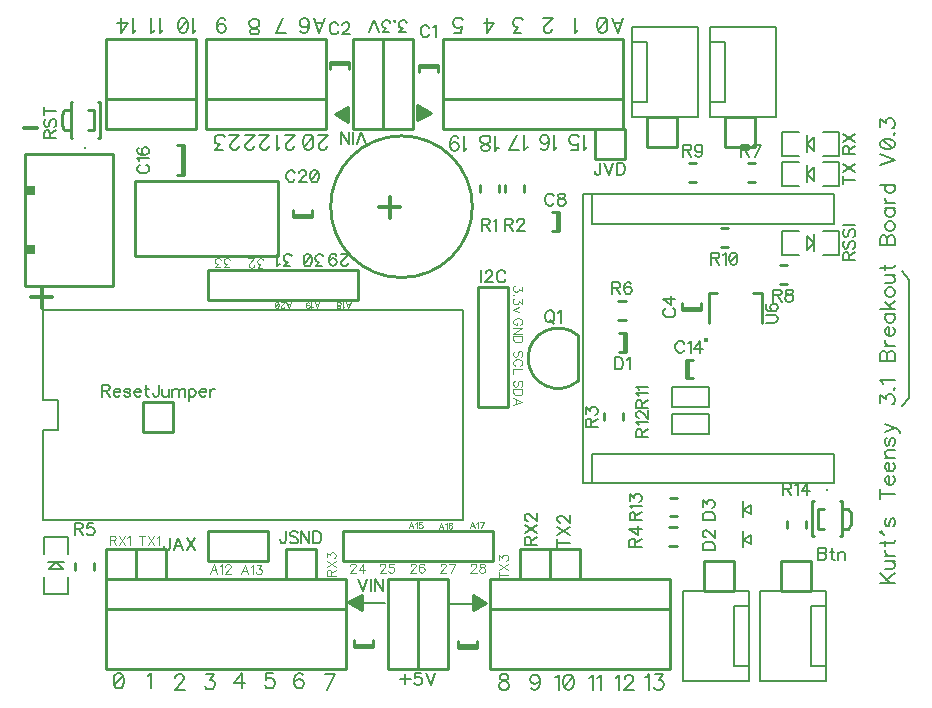
<source format=gto>
G04 DipTrace Beta 2.3.5.2*
%INTeensy3.1XBreakout.gto*%
%MOIN*%
%ADD10C,0.0098*%
%ADD12C,0.003*%
%ADD14C,0.008*%
%ADD16C,0.01*%
%ADD27C,0.006*%
%ADD28C,0.0118*%
%ADD38C,0.005*%
%ADD49C,0.0154*%
%ADD107C,0.0062*%
%ADD108C,0.0077*%
%ADD109C,0.0124*%
%ADD110C,0.0046*%
%FSLAX44Y44*%
G04*
G70*
G90*
G75*
G01*
%LNTopSilk*%
%LPD*%
X30795Y10275D2*
D10*
Y9606D1*
X30598Y10532D2*
Y9350D1*
X31582Y10532D2*
Y9350D1*
X30795Y9606D2*
X30992D1*
X30795Y10275D2*
X30992D1*
X30598Y9350D2*
X30657D1*
X30598Y10532D2*
X30657D1*
X31582Y9350D2*
X31523D1*
X31582Y10532D2*
X31523D1*
X31582Y10275D2*
X31799D1*
X31877Y10118D1*
Y9764D1*
X31582Y9606D2*
X31799D1*
X31877Y9764D1*
D28*
X31090Y10886D3*
X17475Y24984D2*
D10*
X18105D1*
X17475Y25059D2*
X18105D1*
X17475D2*
Y24823D1*
X18105Y25059D2*
Y24823D1*
X14525Y25082D2*
X15155D1*
X14525Y25157D2*
X15155D1*
X14525D2*
Y24921D1*
X15155Y25157D2*
Y24921D1*
X15955Y5747D2*
X15325D1*
X15955Y5672D2*
X15325D1*
X15955D2*
Y5908D1*
X15325Y5672D2*
Y5908D1*
X26885Y16968D2*
X26255D1*
X26885Y16893D2*
X26255D1*
X26885D2*
Y17129D1*
X26255Y16893D2*
Y17129D1*
X19405Y5717D2*
X18775D1*
X19405Y5642D2*
X18775D1*
X19405D2*
Y5878D1*
X18775Y5642D2*
Y5878D1*
X22074Y20155D2*
Y19525D1*
X22149Y20155D2*
Y19525D1*
Y20155D2*
X21913D1*
X22149Y19525D2*
X21913D1*
X26448Y14615D2*
Y15245D1*
X26373Y14615D2*
Y15245D1*
Y14615D2*
X26609D1*
X26373Y15245D2*
X26609D1*
X9583Y22382D2*
Y21398D1*
X9658Y22382D2*
Y21398D1*
Y22382D2*
X9422D1*
X9658Y21398D2*
X9422D1*
X13913Y20067D2*
X13284D1*
X13913Y19992D2*
X13284D1*
X13913D2*
Y20228D1*
X13284Y19992D2*
Y20228D1*
X24290Y25940D2*
X18290D1*
Y23940D1*
X24290D2*
X18290D1*
X24290Y25940D2*
Y23940D1*
X18290D1*
X24290Y22940D2*
X18290D1*
X24290Y23940D2*
Y22940D1*
X18290Y23940D2*
Y22940D1*
X8957Y25940D2*
X7040D1*
X10040D2*
X7040D1*
X10040Y23940D2*
X7040D1*
X10040Y25940D2*
Y23940D1*
X7040Y25940D2*
Y23940D1*
X10040D2*
Y22940D1*
X7040D1*
Y23940D2*
Y22940D1*
X10040Y23940D2*
X7040D1*
X10390Y25940D2*
Y23940D1*
X14390D2*
X10390D1*
X14390Y25940D2*
Y23940D1*
Y25940D2*
X10390D1*
Y23940D2*
Y22940D1*
X14390Y23940D2*
X10390D1*
X14390Y22940D2*
X10390D1*
X14390Y23940D2*
Y22940D1*
X15040Y4940D2*
Y6940D1*
X7040Y4940D2*
Y6940D1*
Y4940D2*
X15040D1*
X7040Y6940D2*
X15040D1*
X7040Y7940D2*
X15040D1*
X7040Y6940D2*
Y7940D1*
Y6940D2*
X15040D1*
Y7940D1*
X19840Y4940D2*
X25840D1*
Y6940D1*
X19840D2*
X25840D1*
X19840Y4940D2*
Y6940D1*
X25840D1*
X19840Y7940D2*
X25840D1*
X19840Y6940D2*
Y7940D1*
X25840Y6940D2*
Y7940D1*
X24377Y15495D2*
X24141D1*
X24377Y16125D2*
X24141D1*
X24302D2*
Y15495D1*
X24377Y16125D2*
Y15495D1*
X28292Y9240D2*
D27*
X28547Y9397D1*
Y9083D1*
X28292Y9240D1*
G36*
X28252Y8964D2*
X28331D1*
Y9516D1*
X28252D1*
Y8964D1*
G37*
X28292Y10240D2*
D27*
X28547Y10397D1*
Y10083D1*
X28292Y10240D1*
G36*
X28252Y9964D2*
X28331D1*
Y10516D1*
X28252D1*
Y9964D1*
G37*
X19440Y13660D2*
D10*
X20440D1*
X19440Y17660D2*
Y13660D1*
X20440Y17660D2*
Y13660D1*
X19440Y17660D2*
X20440D1*
X4341Y22110D2*
Y17701D1*
X7294D1*
Y22110D1*
X4341D1*
G36*
X4688Y21047D2*
X4373D1*
Y20733D1*
X4688D1*
Y21047D1*
G37*
G36*
Y19079D2*
X4373D1*
Y18764D1*
X4688D1*
Y19079D1*
G37*
X19940Y8540D2*
D10*
Y9540D1*
X14940Y8540D2*
X19940D1*
X14940Y9540D2*
X19940D1*
X14940Y8540D2*
Y9540D1*
X10440Y18240D2*
Y17240D1*
X15440Y18240D2*
X10440D1*
X15440Y17240D2*
X10440D1*
X15440Y18240D2*
Y17240D1*
X12440Y8540D2*
Y9540D1*
X10440Y8540D2*
X12440D1*
X10440D2*
Y9540D1*
X12440D1*
X9040Y8940D2*
X8040D1*
X9040Y7940D2*
Y8940D1*
Y7940D2*
X8040D1*
Y8940D1*
X26790Y26340D2*
D38*
X24590D1*
X26790Y23340D2*
X24590D1*
X26790D2*
Y26340D1*
X24590Y23340D2*
Y23840D1*
Y25840D1*
Y26340D1*
Y25840D2*
X25090D1*
Y23840D1*
X24590D1*
X29390Y26340D2*
X27190D1*
X29390Y23340D2*
X27190D1*
X29390D2*
Y26340D1*
X27190Y23340D2*
Y23840D1*
Y25840D1*
Y26340D1*
Y25840D2*
X27690D1*
Y23840D1*
X27190D1*
X26290Y4540D2*
X28490D1*
X26290Y7540D2*
X28490D1*
X26290D2*
Y4540D1*
X28490Y7540D2*
Y7040D1*
Y5040D1*
Y4540D1*
Y5040D2*
X27990D1*
Y7040D1*
X28490D1*
X28840Y4540D2*
X31040D1*
X28840Y7540D2*
X31040D1*
X28840D2*
Y4540D1*
X31040Y7540D2*
Y7040D1*
Y5040D1*
Y4540D1*
Y5040D2*
X30540D1*
Y7040D1*
X31040D1*
X17290Y22940D2*
D10*
X16290D1*
Y25940D1*
X17290D2*
X16290D1*
X17290Y22940D2*
Y25940D1*
X16290Y22940D2*
X15290D1*
Y25940D1*
X16290D2*
X15290D1*
X16290Y22940D2*
Y25940D1*
X16440Y7940D2*
X17440D1*
Y4940D1*
X16440D2*
X17440D1*
X16440Y7940D2*
Y4940D1*
X17440Y7940D2*
X18440D1*
Y4940D1*
X17440D2*
X18440D1*
X17440Y7940D2*
Y4940D1*
X8040Y7940D2*
Y8940D1*
X7040Y7940D2*
X8040D1*
X7040D2*
Y8940D1*
X8040D1*
X26090Y22340D2*
Y23340D1*
X25090Y22340D2*
X26090D1*
X25090D2*
Y23340D1*
X26090D1*
X28690D2*
X27690D1*
X28690Y22340D2*
Y23340D1*
Y22340D2*
X27690D1*
Y23340D1*
X27990Y8540D2*
X26990D1*
X27990Y7540D2*
Y8540D1*
Y7540D2*
X26990D1*
Y8540D1*
X30540D2*
X29540D1*
X30540Y7540D2*
Y8540D1*
Y7540D2*
X29540D1*
Y8540D1*
X14040Y8940D2*
X13040D1*
X14040Y7940D2*
Y8940D1*
Y7940D2*
X13040D1*
Y8940D1*
X24340Y22940D2*
X23340D1*
X24340Y21940D2*
Y22940D1*
Y21940D2*
X23340D1*
Y22940D1*
X22840Y8940D2*
X21840D1*
X22840Y7940D2*
Y8940D1*
Y7940D2*
X21840D1*
Y8940D1*
X20840D1*
X21840Y7940D2*
Y8940D1*
Y7940D2*
X20840D1*
Y8940D1*
X4996Y7987D2*
D14*
Y7436D1*
X5784D1*
Y7987D1*
X4996Y8774D2*
Y9325D1*
X5784D1*
Y8774D1*
X5114Y8499D2*
X5390D1*
X5666D1*
X5390D2*
X5154Y8262D1*
X5626D1*
X5390Y8499D1*
X22791Y14534D2*
D10*
G02X22791Y16046I-666J756D01*
G01*
Y14534D1*
X20135Y20822D2*
Y21058D1*
X19505Y20822D2*
Y21058D1*
X20365D2*
Y20822D1*
X20995Y21058D2*
Y20822D1*
X24295Y13223D2*
Y13459D1*
X23665Y13223D2*
Y13459D1*
X26069Y9665D2*
X25833D1*
X26069Y9035D2*
X25833D1*
X6025Y8459D2*
Y8223D1*
X6655Y8459D2*
Y8223D1*
X24133Y16575D2*
X24369D1*
X24133Y17205D2*
X24369D1*
X28677Y21785D2*
X28441D1*
X28677Y21155D2*
X28441D1*
X29747Y18385D2*
X29511D1*
X29747Y17755D2*
X29511D1*
X26727Y21785D2*
X26491D1*
X26727Y21155D2*
X26491D1*
X27777Y19615D2*
X27541D1*
X27777Y18985D2*
X27541D1*
X25930Y14325D2*
D14*
Y13655D1*
X27150D1*
Y14325D1*
X25930D1*
Y13445D2*
Y12775D1*
X27150D1*
Y13445D1*
X25930D1*
X26077Y10645D2*
D10*
X25841D1*
X26077Y10015D2*
X25841D1*
X29745Y9867D2*
Y9631D1*
X30375Y9867D2*
Y9631D1*
X9290Y13820D2*
X8290D1*
X9290Y12820D2*
Y13820D1*
Y12820D2*
X8290D1*
Y13820D1*
X30146Y19534D2*
D14*
X29595D1*
Y18746D1*
X30146D1*
X30934Y19534D2*
X31485D1*
Y18746D1*
X30934D1*
X30658Y19416D2*
Y19140D1*
Y18864D1*
Y19140D2*
X30422Y19376D1*
Y18904D1*
X30658Y19140D1*
X6655Y22895D2*
D10*
Y23564D1*
X6852Y22638D2*
Y23820D1*
X5868Y22638D2*
Y23820D1*
X6655Y23564D2*
X6458D1*
X6655Y22895D2*
X6458D1*
X6852Y23820D2*
X6793D1*
X6852Y22638D2*
X6793D1*
X5868Y23820D2*
X5927D1*
X5868Y22638D2*
X5927D1*
X5868Y22895D2*
X5651D1*
X5573Y23052D1*
Y23406D1*
X5868Y23564D2*
X5651D1*
X5573Y23406D1*
D28*
X6360Y22284D3*
X30934Y22046D2*
D14*
X31485D1*
Y22834D1*
X30934D1*
X30146Y22046D2*
X29595D1*
Y22834D1*
X30146D1*
X30422Y22164D2*
Y22440D1*
Y22716D1*
Y22440D2*
X30658Y22204D1*
Y22676D1*
X30422Y22440D1*
X14538Y20340D2*
D10*
G02X14538Y20340I2362J0D01*
G01*
X30934Y21046D2*
D14*
X31485D1*
Y21834D1*
X30934D1*
X30146Y21046D2*
X29595D1*
Y21834D1*
X30146D1*
X30422Y21164D2*
Y21440D1*
Y21716D1*
Y21440D2*
X30658Y21204D1*
Y21676D1*
X30422Y21440D1*
X31319Y12101D2*
Y11117D1*
X23248D1*
Y12101D1*
X31319D2*
X23248D1*
X31319Y19779D2*
Y20763D1*
X23248D1*
Y19779D1*
X31319D2*
X23248D1*
Y20763D2*
X22952D1*
X23248Y11117D2*
X22952D1*
Y20763D2*
Y11117D1*
X33819Y17909D2*
X33583Y18185D1*
X33819Y17909D2*
Y13971D1*
X33583Y13695D1*
X5440Y12890D2*
Y13890D1*
X4940D1*
Y16890D1*
X18940D1*
Y9890D1*
X4940D1*
Y12890D1*
X5440D1*
X12777Y18710D2*
D10*
X8023D1*
Y21210D1*
X12777D1*
Y18710D1*
X27135Y16474D2*
Y17458D1*
X27430D1*
X28611D2*
X28906D1*
Y16474D1*
D49*
X27044Y15888D3*
X15125Y23675D2*
D16*
X14675Y23425D1*
X15125Y23175D1*
Y23675D1*
X15025Y23575D2*
Y23275D1*
X14925Y23525D2*
Y23325D1*
X14825Y23475D2*
Y23375D1*
X15125Y23625D2*
X14975Y23525D1*
X15075Y23225D2*
X14975Y23325D1*
X15575Y7405D2*
X15125Y7155D1*
X15575Y6905D1*
Y7405D1*
X15475Y7305D2*
Y7005D1*
X15375Y7255D2*
X15390Y7110D1*
X15275Y7205D2*
Y7105D1*
X15575Y7355D2*
X15425Y7255D1*
X15525Y6955D2*
X15425Y7055D1*
X19275Y6895D2*
X19725Y7145D1*
X19275Y7395D1*
Y6895D1*
X19375Y6995D2*
Y7295D1*
X19475Y7045D2*
Y7245D1*
X19575Y7095D2*
Y7195D1*
X19275Y6945D2*
X19425Y7045D1*
X19325Y7345D2*
X19425Y7245D1*
X15490Y7140D2*
D27*
X16340D1*
X19490Y7110D2*
X18490D1*
X17425Y23225D2*
D16*
X17875Y23475D1*
X17425Y23725D1*
Y23225D1*
X17525Y23325D2*
Y23625D1*
X17625Y23375D2*
Y23575D1*
X17725Y23425D2*
Y23525D1*
X17425Y23275D2*
X17575Y23375D1*
X17475Y23675D2*
X17575Y23575D1*
X30798Y8978D2*
D107*
Y8576D1*
X30971D1*
X31028Y8596D1*
X31047Y8615D1*
X31066Y8653D1*
Y8710D1*
X31047Y8749D1*
X31028Y8768D1*
X30971Y8787D1*
X31028Y8806D1*
X31047Y8825D1*
X31066Y8863D1*
Y8902D1*
X31047Y8940D1*
X31028Y8959D1*
X30971Y8978D1*
X30798D1*
Y8787D2*
X30971D1*
X31247Y8978D2*
Y8653D1*
X31266Y8596D1*
X31305Y8576D1*
X31343D1*
X31190Y8844D2*
X31324D1*
X31466D2*
Y8576D1*
Y8768D2*
X31524Y8825D1*
X31562Y8844D1*
X31619D1*
X31658Y8825D1*
X31677Y8768D1*
Y8576D1*
X17824Y26298D2*
X17805Y26336D1*
X17766Y26374D1*
X17728Y26393D1*
X17652D1*
X17613Y26374D1*
X17575Y26336D1*
X17556Y26298D1*
X17537Y26240D1*
Y26144D1*
X17556Y26087D1*
X17575Y26049D1*
X17613Y26011D1*
X17652Y25991D1*
X17728D1*
X17766Y26011D1*
X17805Y26049D1*
X17824Y26087D1*
X17947Y26316D2*
X17986Y26336D1*
X18043Y26393D1*
Y25991D1*
X14788Y26395D2*
X14769Y26433D1*
X14730Y26472D1*
X14692Y26491D1*
X14616D1*
X14577Y26472D1*
X14539Y26433D1*
X14520Y26395D1*
X14501Y26338D1*
Y26242D1*
X14520Y26185D1*
X14539Y26146D1*
X14577Y26108D1*
X14616Y26089D1*
X14692D1*
X14730Y26108D1*
X14769Y26146D1*
X14788Y26185D1*
X14931Y26395D2*
Y26414D1*
X14950Y26452D1*
X14969Y26471D1*
X15007Y26490D1*
X15084D1*
X15122Y26471D1*
X15141Y26452D1*
X15160Y26414D1*
Y26376D1*
X15141Y26337D1*
X15103Y26280D1*
X14911Y26089D1*
X15179D1*
X25725Y16949D2*
X25687Y16930D1*
X25649Y16892D1*
X25630Y16854D1*
Y16777D1*
X25649Y16739D1*
X25687Y16701D1*
X25725Y16681D1*
X25783Y16662D1*
X25879D1*
X25936Y16681D1*
X25974Y16701D1*
X26012Y16739D1*
X26032Y16777D1*
Y16854D1*
X26012Y16892D1*
X25974Y16930D1*
X25936Y16949D1*
X26032Y17264D2*
X25630D1*
X25898Y17073D1*
Y17360D1*
X21979Y20685D2*
X21960Y20723D1*
X21922Y20761D1*
X21884Y20780D1*
X21807D1*
X21769Y20761D1*
X21731Y20723D1*
X21711Y20685D1*
X21692Y20627D1*
Y20531D1*
X21711Y20474D1*
X21731Y20436D1*
X21769Y20398D1*
X21807Y20378D1*
X21884D1*
X21922Y20398D1*
X21960Y20436D1*
X21979Y20474D1*
X22198Y20780D2*
X22141Y20761D1*
X22122Y20723D1*
Y20684D1*
X22141Y20646D1*
X22179Y20627D1*
X22256Y20608D1*
X22313Y20589D1*
X22351Y20550D1*
X22370Y20512D1*
Y20455D1*
X22351Y20417D1*
X22332Y20397D1*
X22275Y20378D1*
X22198D1*
X22141Y20397D1*
X22122Y20417D1*
X22103Y20455D1*
Y20512D1*
X22122Y20550D1*
X22160Y20589D1*
X22217Y20608D1*
X22294Y20627D1*
X22332Y20646D1*
X22351Y20684D1*
Y20723D1*
X22332Y20761D1*
X22275Y20780D1*
X22198D1*
X26320Y15775D2*
X26301Y15813D1*
X26262Y15851D1*
X26224Y15870D1*
X26148D1*
X26109Y15851D1*
X26071Y15813D1*
X26052Y15775D1*
X26033Y15717D1*
Y15621D1*
X26052Y15564D1*
X26071Y15526D1*
X26109Y15488D1*
X26148Y15468D1*
X26224D1*
X26262Y15488D1*
X26301Y15526D1*
X26320Y15564D1*
X26443Y15793D2*
X26482Y15813D1*
X26539Y15870D1*
Y15468D1*
X26854D2*
Y15870D1*
X26663Y15602D1*
X26950D1*
X8184Y21738D2*
X8146Y21719D1*
X8107Y21680D1*
X8088Y21642D1*
Y21566D1*
X8107Y21527D1*
X8146Y21489D1*
X8184Y21470D1*
X8241Y21451D1*
X8337D1*
X8394Y21470D1*
X8433Y21489D1*
X8471Y21527D1*
X8490Y21566D1*
Y21642D1*
X8471Y21680D1*
X8433Y21719D1*
X8394Y21738D1*
X8165Y21861D2*
X8146Y21900D1*
X8089Y21957D1*
X8490D1*
X8146Y22310D2*
X8108Y22291D1*
X8089Y22234D1*
Y22196D1*
X8108Y22138D1*
X8165Y22100D1*
X8261Y22081D1*
X8356D1*
X8433Y22100D1*
X8471Y22138D1*
X8490Y22196D1*
Y22215D1*
X8471Y22272D1*
X8433Y22310D1*
X8375Y22329D1*
X8356D1*
X8299Y22310D1*
X8261Y22272D1*
X8242Y22215D1*
Y22196D1*
X8261Y22138D1*
X8299Y22100D1*
X8356Y22081D1*
X13351Y21466D2*
X13332Y21504D1*
X13293Y21543D1*
X13255Y21562D1*
X13179D1*
X13140Y21543D1*
X13102Y21504D1*
X13083Y21466D1*
X13064Y21409D1*
Y21313D1*
X13083Y21256D1*
X13102Y21217D1*
X13140Y21179D1*
X13179Y21160D1*
X13255D1*
X13293Y21179D1*
X13332Y21217D1*
X13351Y21256D1*
X13494Y21466D2*
Y21485D1*
X13513Y21523D1*
X13532Y21542D1*
X13570Y21561D1*
X13647D1*
X13685Y21542D1*
X13704Y21523D1*
X13723Y21485D1*
Y21447D1*
X13704Y21408D1*
X13666Y21351D1*
X13474Y21160D1*
X13742D1*
X13981Y21561D2*
X13923Y21542D1*
X13885Y21485D1*
X13866Y21389D1*
Y21332D1*
X13885Y21236D1*
X13923Y21179D1*
X13981Y21160D1*
X14019D1*
X14076Y21179D1*
X14114Y21236D1*
X14134Y21332D1*
Y21389D1*
X14114Y21485D1*
X14076Y21542D1*
X14019Y21561D1*
X13981D1*
X14114Y21485D2*
X13885Y21236D1*
X24015Y15320D2*
Y14918D1*
X24149D1*
X24207Y14938D1*
X24245Y14976D1*
X24264Y15014D1*
X24283Y15071D1*
Y15167D1*
X24264Y15224D1*
X24245Y15263D1*
X24207Y15301D1*
X24149Y15320D1*
X24015D1*
X24407Y15243D2*
X24445Y15263D1*
X24503Y15320D1*
Y14918D1*
X26938Y8910D2*
X27340D1*
Y9044D1*
X27321Y9102D1*
X27283Y9140D1*
X27244Y9159D1*
X27187Y9178D1*
X27091D1*
X27034Y9159D1*
X26996Y9140D1*
X26957Y9102D1*
X26938Y9044D1*
Y8910D1*
X27034Y9321D2*
X27015D1*
X26977Y9340D1*
X26958Y9359D1*
X26939Y9398D1*
Y9474D1*
X26958Y9512D1*
X26977Y9531D1*
X27015Y9551D1*
X27053D1*
X27092Y9531D1*
X27149Y9493D1*
X27340Y9302D1*
Y9570D1*
X26938Y9910D2*
X27340D1*
Y10044D1*
X27321Y10102D1*
X27283Y10140D1*
X27244Y10159D1*
X27187Y10178D1*
X27091D1*
X27034Y10159D1*
X26996Y10140D1*
X26957Y10102D1*
X26938Y10044D1*
Y9910D1*
X26939Y10340D2*
Y10550D1*
X27092Y10436D1*
Y10493D1*
X27111Y10531D1*
X27130Y10550D1*
X27187Y10570D1*
X27225D1*
X27283Y10550D1*
X27321Y10512D1*
X27340Y10455D1*
Y10397D1*
X27321Y10340D1*
X27302Y10321D1*
X27264Y10302D1*
X19559Y18226D2*
Y17824D1*
X19702Y18130D2*
Y18149D1*
X19721Y18187D1*
X19740Y18206D1*
X19778Y18225D1*
X19855D1*
X19893Y18206D1*
X19912Y18187D1*
X19931Y18149D1*
Y18111D1*
X19912Y18072D1*
X19874Y18015D1*
X19683Y17824D1*
X19950D1*
X20361Y18130D2*
X20342Y18168D1*
X20303Y18207D1*
X20265Y18226D1*
X20189D1*
X20151Y18207D1*
X20112Y18168D1*
X20093Y18130D1*
X20074Y18073D1*
Y17977D1*
X20093Y17920D1*
X20112Y17881D1*
X20151Y17843D1*
X20189Y17824D1*
X20265D1*
X20303Y17843D1*
X20342Y17881D1*
X20361Y17920D1*
X9185Y9286D2*
Y8980D1*
X9166Y8922D1*
X9147Y8903D1*
X9109Y8884D1*
X9070D1*
X9032Y8903D1*
X9013Y8922D1*
X8994Y8980D1*
Y9018D1*
X9615Y8884D2*
X9462Y9286D1*
X9309Y8884D1*
X9366Y9018D2*
X9557D1*
X9738Y9286D2*
X10006Y8884D1*
Y9286D2*
X9738Y8884D1*
X13049Y9526D2*
Y9220D1*
X13030Y9162D1*
X13010Y9143D1*
X12972Y9124D1*
X12934D1*
X12896Y9143D1*
X12877Y9162D1*
X12857Y9220D1*
Y9258D1*
X13440Y9468D2*
X13402Y9507D1*
X13344Y9526D1*
X13268D1*
X13211Y9507D1*
X13172Y9468D1*
Y9430D1*
X13192Y9392D1*
X13211Y9373D1*
X13249Y9354D1*
X13364Y9315D1*
X13402Y9296D1*
X13421Y9277D1*
X13440Y9239D1*
Y9181D1*
X13402Y9143D1*
X13344Y9124D1*
X13268D1*
X13211Y9143D1*
X13172Y9181D1*
X13831Y9526D2*
Y9124D1*
X13564Y9526D1*
Y9124D1*
X13955Y9526D2*
Y9124D1*
X14089D1*
X14146Y9143D1*
X14185Y9181D1*
X14204Y9220D1*
X14223Y9277D1*
Y9373D1*
X14204Y9430D1*
X14185Y9468D1*
X14146Y9507D1*
X14089Y9526D1*
X13955D1*
X23525Y21804D2*
Y21498D1*
X23506Y21441D1*
X23487Y21422D1*
X23449Y21402D1*
X23410D1*
X23372Y21422D1*
X23353Y21441D1*
X23334Y21498D1*
Y21536D1*
X23649Y21804D2*
X23802Y21402D1*
X23955Y21804D1*
X24078D2*
Y21402D1*
X24212D1*
X24270Y21422D1*
X24308Y21460D1*
X24327Y21498D1*
X24346Y21555D1*
Y21651D1*
X24327Y21709D1*
X24308Y21747D1*
X24270Y21785D1*
X24212Y21804D1*
X24078D1*
X21807Y16883D2*
X21769Y16865D1*
X21730Y16826D1*
X21711Y16788D1*
X21692Y16730D1*
Y16635D1*
X21711Y16577D1*
X21730Y16539D1*
X21769Y16501D1*
X21807Y16482D1*
X21883D1*
X21922Y16501D1*
X21960Y16539D1*
X21979Y16577D1*
X21998Y16635D1*
Y16730D1*
X21979Y16788D1*
X21960Y16826D1*
X21922Y16865D1*
X21883Y16883D1*
X21807D1*
X21864Y16558D2*
X21979Y16443D1*
X22122Y16806D2*
X22160Y16826D1*
X22218Y16883D1*
Y16481D1*
X19576Y19747D2*
X19748D1*
X19806Y19766D1*
X19825Y19785D1*
X19844Y19823D1*
Y19862D1*
X19825Y19900D1*
X19806Y19919D1*
X19748Y19938D1*
X19576D1*
Y19536D1*
X19710Y19747D2*
X19844Y19536D1*
X19968Y19861D2*
X20006Y19881D1*
X20064Y19938D1*
Y19536D1*
X20350Y19747D2*
X20522D1*
X20580Y19766D1*
X20599Y19785D1*
X20618Y19823D1*
Y19862D1*
X20599Y19900D1*
X20580Y19919D1*
X20522Y19938D1*
X20350D1*
Y19536D1*
X20484Y19747D2*
X20618Y19536D1*
X20761Y19842D2*
Y19861D1*
X20780Y19900D1*
X20799Y19919D1*
X20838Y19938D1*
X20914D1*
X20952Y19919D1*
X20971Y19900D1*
X20991Y19861D1*
Y19823D1*
X20971Y19785D1*
X20933Y19728D1*
X20742Y19536D1*
X21010D1*
X23231Y13011D2*
Y13183D1*
X23212Y13241D1*
X23193Y13260D1*
X23155Y13279D1*
X23116D1*
X23078Y13260D1*
X23059Y13241D1*
X23040Y13183D1*
Y13011D1*
X23442D1*
X23231Y13145D2*
X23442Y13279D1*
X23040Y13441D2*
Y13651D1*
X23193Y13537D1*
Y13594D1*
X23212Y13632D1*
X23231Y13651D1*
X23289Y13671D1*
X23327D1*
X23384Y13651D1*
X23423Y13613D1*
X23442Y13556D1*
Y13498D1*
X23423Y13441D1*
X23403Y13422D1*
X23365Y13403D1*
X24691Y9011D2*
Y9183D1*
X24671Y9240D1*
X24652Y9260D1*
X24614Y9279D1*
X24576D1*
X24538Y9260D1*
X24518Y9240D1*
X24499Y9183D1*
Y9011D1*
X24901D1*
X24691Y9145D2*
X24901Y9279D1*
Y9594D2*
X24500D1*
X24767Y9402D1*
Y9689D1*
X6010Y9602D2*
X6182D1*
X6240Y9621D1*
X6259Y9640D1*
X6278Y9678D1*
Y9717D1*
X6259Y9755D1*
X6240Y9774D1*
X6182Y9793D1*
X6010D1*
Y9391D1*
X6144Y9602D2*
X6278Y9391D1*
X6631Y9793D2*
X6440D1*
X6421Y9621D1*
X6440Y9640D1*
X6498Y9659D1*
X6555D1*
X6612Y9640D1*
X6651Y9602D1*
X6670Y9544D1*
Y9506D1*
X6651Y9449D1*
X6612Y9410D1*
X6555Y9391D1*
X6498D1*
X6440Y9410D1*
X6421Y9430D1*
X6402Y9468D1*
X23931Y17639D2*
X24103D1*
X24161Y17658D1*
X24180Y17677D1*
X24199Y17715D1*
Y17754D1*
X24180Y17792D1*
X24161Y17811D1*
X24103Y17830D1*
X23931D1*
Y17428D1*
X24065Y17639D2*
X24199Y17428D1*
X24552Y17773D2*
X24533Y17811D1*
X24476Y17830D1*
X24438D1*
X24380Y17811D1*
X24342Y17753D1*
X24323Y17658D1*
Y17562D1*
X24342Y17486D1*
X24380Y17447D1*
X24438Y17428D1*
X24457D1*
X24514Y17447D1*
X24552Y17486D1*
X24571Y17543D1*
Y17562D1*
X24552Y17620D1*
X24514Y17658D1*
X24457Y17677D1*
X24438D1*
X24380Y17658D1*
X24342Y17620D1*
X24323Y17562D1*
X28229Y22219D2*
X28401D1*
X28459Y22238D1*
X28478Y22257D1*
X28497Y22295D1*
Y22334D1*
X28478Y22372D1*
X28459Y22391D1*
X28401Y22410D1*
X28229D1*
Y22008D1*
X28363Y22219D2*
X28497Y22008D1*
X28697D2*
X28889Y22410D1*
X28621D1*
X29299Y17389D2*
X29471D1*
X29529Y17408D1*
X29548Y17427D1*
X29567Y17465D1*
Y17504D1*
X29548Y17542D1*
X29529Y17561D1*
X29471Y17580D1*
X29299D1*
Y17178D1*
X29433Y17389D2*
X29567Y17178D1*
X29786Y17580D2*
X29729Y17561D1*
X29710Y17523D1*
Y17484D1*
X29729Y17446D1*
X29767Y17427D1*
X29844Y17408D1*
X29901Y17389D1*
X29939Y17350D1*
X29958Y17312D1*
Y17255D1*
X29939Y17217D1*
X29920Y17197D1*
X29863Y17178D1*
X29786D1*
X29729Y17197D1*
X29710Y17217D1*
X29691Y17255D1*
Y17312D1*
X29710Y17350D1*
X29748Y17389D1*
X29805Y17408D1*
X29882Y17427D1*
X29920Y17446D1*
X29939Y17484D1*
Y17523D1*
X29920Y17561D1*
X29863Y17580D1*
X29786D1*
X26289Y22219D2*
X26461D1*
X26518Y22238D1*
X26538Y22257D1*
X26557Y22295D1*
Y22334D1*
X26538Y22372D1*
X26518Y22391D1*
X26461Y22410D1*
X26289D1*
Y22008D1*
X26423Y22219D2*
X26557Y22008D1*
X26929Y22276D2*
X26910Y22219D1*
X26872Y22180D1*
X26814Y22161D1*
X26795D1*
X26738Y22180D1*
X26700Y22219D1*
X26680Y22276D1*
Y22295D1*
X26700Y22353D1*
X26738Y22391D1*
X26795Y22410D1*
X26814D1*
X26872Y22391D1*
X26910Y22353D1*
X26929Y22276D1*
Y22180D1*
X26910Y22085D1*
X26872Y22027D1*
X26814Y22008D1*
X26776D1*
X26719Y22027D1*
X26700Y22066D1*
X27219Y18619D2*
X27391D1*
X27449Y18638D1*
X27468Y18657D1*
X27487Y18695D1*
Y18734D1*
X27468Y18772D1*
X27449Y18791D1*
X27391Y18810D1*
X27219D1*
Y18408D1*
X27353Y18619D2*
X27487Y18408D1*
X27611Y18733D2*
X27649Y18753D1*
X27707Y18810D1*
Y18408D1*
X27945Y18810D2*
X27888Y18791D1*
X27849Y18733D1*
X27830Y18638D1*
Y18580D1*
X27849Y18485D1*
X27888Y18427D1*
X27945Y18408D1*
X27983D1*
X28041Y18427D1*
X28079Y18485D1*
X28098Y18580D1*
Y18638D1*
X28079Y18733D1*
X28041Y18791D1*
X27983Y18810D1*
X27945D1*
X28079Y18733D2*
X27849Y18485D1*
X24917Y13637D2*
Y13809D1*
X24897Y13866D1*
X24878Y13885D1*
X24840Y13905D1*
X24802D1*
X24764Y13885D1*
X24744Y13866D1*
X24725Y13809D1*
Y13637D1*
X25127D1*
X24917Y13771D2*
X25127Y13905D1*
X24802Y14028D2*
X24783Y14066D1*
X24726Y14124D1*
X25127D1*
X24802Y14247D2*
X24783Y14286D1*
X24726Y14343D1*
X25127D1*
X24917Y12671D2*
Y12843D1*
X24897Y12900D1*
X24878Y12920D1*
X24840Y12939D1*
X24802D1*
X24764Y12920D1*
X24744Y12900D1*
X24725Y12843D1*
Y12671D1*
X25127D1*
X24917Y12805D2*
X25127Y12939D1*
X24802Y13062D2*
X24783Y13100D1*
X24726Y13158D1*
X25127D1*
X24821Y13301D2*
X24802D1*
X24764Y13320D1*
X24745Y13339D1*
X24726Y13377D1*
Y13454D1*
X24745Y13492D1*
X24764Y13511D1*
X24802Y13530D1*
X24840D1*
X24879Y13511D1*
X24936Y13473D1*
X25127Y13281D1*
Y13549D1*
X24698Y9891D2*
Y10063D1*
X24679Y10120D1*
X24660Y10140D1*
X24622Y10159D1*
X24583D1*
X24545Y10140D1*
X24526Y10120D1*
X24507Y10063D1*
Y9891D1*
X24909D1*
X24698Y10025D2*
X24909Y10159D1*
X24584Y10282D2*
X24564Y10320D1*
X24507Y10378D1*
X24909D1*
X24507Y10540D2*
Y10750D1*
X24660Y10635D1*
Y10693D1*
X24679Y10731D1*
X24698Y10750D1*
X24756Y10769D1*
X24794D1*
X24851Y10750D1*
X24890Y10712D1*
X24909Y10654D1*
Y10597D1*
X24890Y10540D1*
X24870Y10521D1*
X24832Y10501D1*
X29631Y10939D2*
X29803D1*
X29861Y10959D1*
X29880Y10978D1*
X29899Y11016D1*
Y11054D1*
X29880Y11092D1*
X29861Y11112D1*
X29803Y11131D1*
X29631D1*
Y10729D1*
X29765Y10939D2*
X29899Y10729D1*
X30023Y11054D2*
X30061Y11073D1*
X30118Y11130D1*
Y10729D1*
X30433D2*
Y11130D1*
X30242Y10863D1*
X30529D1*
X6909Y14214D2*
X7081D1*
X7139Y14234D1*
X7158Y14253D1*
X7177Y14291D1*
Y14329D1*
X7158Y14367D1*
X7139Y14387D1*
X7081Y14406D1*
X6909D1*
Y14004D1*
X7043Y14214D2*
X7177Y14004D1*
X7301Y14157D2*
X7530D1*
Y14195D1*
X7511Y14234D1*
X7492Y14253D1*
X7454Y14272D1*
X7396D1*
X7358Y14253D1*
X7320Y14214D1*
X7301Y14157D1*
Y14119D1*
X7320Y14061D1*
X7358Y14023D1*
X7396Y14004D1*
X7454D1*
X7492Y14023D1*
X7530Y14061D1*
X7864Y14214D2*
X7845Y14253D1*
X7788Y14272D1*
X7730D1*
X7673Y14253D1*
X7654Y14214D1*
X7673Y14176D1*
X7711Y14157D1*
X7807Y14138D1*
X7845Y14119D1*
X7864Y14080D1*
Y14061D1*
X7845Y14023D1*
X7788Y14004D1*
X7730D1*
X7673Y14023D1*
X7654Y14061D1*
X7988Y14157D2*
X8217D1*
Y14195D1*
X8198Y14234D1*
X8179Y14253D1*
X8141Y14272D1*
X8083D1*
X8045Y14253D1*
X8007Y14214D1*
X7988Y14157D1*
Y14119D1*
X8007Y14061D1*
X8045Y14023D1*
X8083Y14004D1*
X8141D1*
X8179Y14023D1*
X8217Y14061D1*
X8398Y14406D2*
Y14080D1*
X8417Y14023D1*
X8456Y14004D1*
X8494D1*
X8341Y14272D2*
X8475D1*
X8809Y14406D2*
Y14100D1*
X8790Y14042D1*
X8770Y14023D1*
X8732Y14004D1*
X8694D1*
X8656Y14023D1*
X8637Y14042D1*
X8617Y14100D1*
Y14138D1*
X8932Y14272D2*
Y14080D1*
X8951Y14023D1*
X8990Y14004D1*
X9047D1*
X9085Y14023D1*
X9143Y14080D1*
Y14272D2*
Y14004D1*
X9266Y14272D2*
Y14004D1*
Y14195D2*
X9324Y14253D1*
X9362Y14272D1*
X9419D1*
X9458Y14253D1*
X9477Y14195D1*
Y14004D1*
Y14195D2*
X9534Y14253D1*
X9572Y14272D1*
X9630D1*
X9668Y14253D1*
X9687Y14195D1*
Y14004D1*
X9811Y14272D2*
Y13870D1*
Y14214D2*
X9849Y14252D1*
X9887Y14272D1*
X9945D1*
X9983Y14252D1*
X10021Y14214D1*
X10041Y14157D1*
Y14118D1*
X10021Y14061D1*
X9983Y14023D1*
X9945Y14004D1*
X9887D1*
X9849Y14023D1*
X9811Y14061D1*
X10164Y14157D2*
X10394D1*
Y14195D1*
X10375Y14234D1*
X10356Y14253D1*
X10317Y14272D1*
X10260D1*
X10222Y14253D1*
X10183Y14214D1*
X10164Y14157D1*
Y14119D1*
X10183Y14061D1*
X10222Y14023D1*
X10260Y14004D1*
X10317D1*
X10356Y14023D1*
X10394Y14061D1*
X10517Y14272D2*
Y14004D1*
Y14157D2*
X10537Y14214D1*
X10575Y14253D1*
X10613Y14272D1*
X10671D1*
X31812Y18553D2*
Y18725D1*
X31793Y18782D1*
X31774Y18802D1*
X31736Y18821D1*
X31697D1*
X31659Y18802D1*
X31640Y18782D1*
X31621Y18725D1*
Y18553D1*
X32022D1*
X31812Y18687D2*
X32022Y18821D1*
X31678Y19212D2*
X31640Y19174D1*
X31621Y19117D1*
Y19040D1*
X31640Y18983D1*
X31678Y18944D1*
X31716D1*
X31755Y18964D1*
X31774Y18983D1*
X31793Y19021D1*
X31831Y19136D1*
X31850Y19174D1*
X31869Y19193D1*
X31908Y19212D1*
X31965D1*
X32003Y19174D1*
X32022Y19117D1*
Y19040D1*
X32003Y18983D1*
X31965Y18944D1*
X31678Y19604D2*
X31640Y19566D1*
X31621Y19508D1*
Y19432D1*
X31640Y19374D1*
X31678Y19336D1*
X31716D1*
X31755Y19355D1*
X31774Y19374D1*
X31793Y19412D1*
X31831Y19527D1*
X31850Y19566D1*
X31869Y19585D1*
X31908Y19604D1*
X31965D1*
X32003Y19566D1*
X32022Y19508D1*
Y19432D1*
X32003Y19374D1*
X31965Y19336D1*
X31621Y19727D2*
X32022D1*
X5178Y22615D2*
Y22787D1*
X5159Y22845D1*
X5140Y22864D1*
X5102Y22883D1*
X5063D1*
X5025Y22864D1*
X5006Y22845D1*
X4987Y22787D1*
Y22615D1*
X5389D1*
X5178Y22749D2*
X5389Y22883D1*
X5044Y23274D2*
X5006Y23236D1*
X4987Y23179D1*
Y23103D1*
X5006Y23045D1*
X5044Y23007D1*
X5082D1*
X5121Y23026D1*
X5140Y23045D1*
X5159Y23083D1*
X5197Y23198D1*
X5216Y23236D1*
X5236Y23255D1*
X5274Y23274D1*
X5331D1*
X5369Y23236D1*
X5389Y23179D1*
Y23102D1*
X5369Y23045D1*
X5331Y23007D1*
X4987Y23532D2*
X5389D1*
X4987Y23398D2*
Y23666D1*
X31812Y22110D2*
Y22282D1*
X31793Y22340D1*
X31774Y22359D1*
X31736Y22378D1*
X31697D1*
X31659Y22359D1*
X31640Y22340D1*
X31621Y22282D1*
Y22110D1*
X32022D1*
X31812Y22244D2*
X32022Y22378D1*
X31621Y22502D2*
X32022Y22770D1*
X31621D2*
X32022Y22502D1*
X31621Y21244D2*
X32022D1*
X31621Y21110D2*
Y21378D1*
Y21502D2*
X32022Y21770D1*
X31621D2*
X32022Y21502D1*
X29042Y16469D2*
X29329D1*
X29386Y16488D1*
X29425Y16526D1*
X29444Y16584D1*
Y16622D1*
X29425Y16679D1*
X29386Y16718D1*
X29329Y16737D1*
X29042D1*
X29100Y17090D2*
X29062Y17071D1*
X29042Y17013D1*
Y16975D1*
X29062Y16918D1*
X29119Y16879D1*
X29214Y16860D1*
X29310D1*
X29386Y16879D1*
X29425Y16918D1*
X29444Y16975D1*
Y16994D1*
X29425Y17051D1*
X29386Y17090D1*
X29329Y17109D1*
X29310D1*
X29253Y17090D1*
X29214Y17051D1*
X29195Y16994D1*
Y16975D1*
X29214Y16918D1*
X29253Y16879D1*
X29310Y16860D1*
X7449Y4788D2*
D108*
X7377Y4765D1*
X7329Y4693D1*
X7305Y4573D1*
Y4502D1*
X7329Y4382D1*
X7377Y4310D1*
X7449Y4287D1*
X7496D1*
X7568Y4310D1*
X7616Y4382D1*
X7640Y4502D1*
Y4573D1*
X7616Y4693D1*
X7568Y4765D1*
X7496Y4788D1*
X7449D1*
X7616Y4693D2*
X7329Y4382D1*
X8440Y4698D2*
X8488Y4722D1*
X8560Y4793D1*
Y4292D1*
X9364Y4629D2*
Y4653D1*
X9388Y4701D1*
X9412Y4725D1*
X9460Y4748D1*
X9556D1*
X9603Y4725D1*
X9627Y4701D1*
X9651Y4653D1*
Y4605D1*
X9627Y4557D1*
X9579Y4486D1*
X9340Y4247D1*
X9675D1*
X11569Y4287D2*
Y4788D1*
X11330Y4454D1*
X11689D1*
X12632Y4788D2*
X12393D1*
X12369Y4573D1*
X12393Y4597D1*
X12465Y4622D1*
X12536D1*
X12608Y4597D1*
X12656Y4550D1*
X12680Y4478D1*
Y4430D1*
X12656Y4358D1*
X12608Y4310D1*
X12536Y4287D1*
X12465D1*
X12393Y4310D1*
X12369Y4335D1*
X12345Y4382D1*
X13617Y4717D2*
X13593Y4765D1*
X13521Y4788D1*
X13474D1*
X13402Y4765D1*
X13354Y4693D1*
X13330Y4573D1*
Y4454D1*
X13354Y4358D1*
X13402Y4310D1*
X13474Y4287D1*
X13497D1*
X13569Y4310D1*
X13617Y4358D1*
X13641Y4430D1*
Y4454D1*
X13617Y4526D1*
X13569Y4573D1*
X13497Y4597D1*
X13474D1*
X13402Y4573D1*
X13354Y4526D1*
X13330Y4454D1*
X14431Y4247D2*
X14670Y4748D1*
X14335D1*
X10393Y4758D2*
X10656D1*
X10512Y4567D1*
X10584D1*
X10632Y4543D1*
X10656Y4520D1*
X10680Y4448D1*
Y4400D1*
X10656Y4328D1*
X10608Y4280D1*
X10536Y4257D1*
X10464D1*
X10393Y4280D1*
X10369Y4305D1*
X10345Y4352D1*
X20269Y4748D2*
X20198Y4725D1*
X20174Y4677D1*
Y4629D1*
X20198Y4582D1*
X20246Y4557D1*
X20341Y4533D1*
X20413Y4510D1*
X20461Y4462D1*
X20484Y4414D1*
Y4342D1*
X20461Y4295D1*
X20437Y4270D1*
X20365Y4247D1*
X20269D1*
X20198Y4270D1*
X20174Y4295D1*
X20150Y4342D1*
Y4414D1*
X20174Y4462D1*
X20222Y4510D1*
X20293Y4533D1*
X20389Y4557D1*
X20437Y4582D1*
X20461Y4629D1*
Y4677D1*
X20437Y4725D1*
X20365Y4748D1*
X20269D1*
X21501Y4572D2*
X21477Y4500D1*
X21429Y4452D1*
X21357Y4428D1*
X21334D1*
X21262Y4452D1*
X21214Y4500D1*
X21190Y4572D1*
Y4595D1*
X21214Y4667D1*
X21262Y4715D1*
X21334Y4738D1*
X21357D1*
X21429Y4715D1*
X21477Y4667D1*
X21501Y4572D1*
Y4452D1*
X21477Y4332D1*
X21429Y4260D1*
X21357Y4237D1*
X21310D1*
X21238Y4260D1*
X21214Y4308D1*
X22025Y4648D2*
X22073Y4672D1*
X22145Y4743D1*
Y4242D1*
X22443Y4743D2*
X22371Y4720D1*
X22323Y4648D1*
X22299Y4528D1*
Y4457D1*
X22323Y4337D1*
X22371Y4265D1*
X22443Y4242D1*
X22491D1*
X22562Y4265D1*
X22610Y4337D1*
X22634Y4457D1*
Y4528D1*
X22610Y4648D1*
X22562Y4720D1*
X22491Y4743D1*
X22443D1*
X22610Y4648D2*
X22323Y4337D1*
X23155Y4643D2*
X23203Y4667D1*
X23275Y4738D1*
Y4237D1*
X23429Y4643D2*
X23477Y4667D1*
X23549Y4738D1*
Y4237D1*
X24040Y4638D2*
X24088Y4662D1*
X24160Y4733D1*
Y4232D1*
X24339Y4614D2*
Y4638D1*
X24362Y4686D1*
X24386Y4710D1*
X24434Y4733D1*
X24530D1*
X24577Y4710D1*
X24601Y4686D1*
X24625Y4638D1*
Y4590D1*
X24601Y4542D1*
X24554Y4471D1*
X24314Y4232D1*
X24649D1*
X25030Y4653D2*
X25078Y4677D1*
X25150Y4748D1*
Y4247D1*
X25352Y4748D2*
X25615D1*
X25472Y4557D1*
X25544D1*
X25591Y4533D1*
X25615Y4510D1*
X25639Y4438D1*
Y4390D1*
X25615Y4318D1*
X25567Y4270D1*
X25496Y4247D1*
X25424D1*
X25352Y4270D1*
X25329Y4295D1*
X25304Y4342D1*
X17032Y4771D2*
D107*
Y4427D1*
X16860Y4599D2*
X17204D1*
X17557Y4800D2*
X17366D1*
X17347Y4628D1*
X17366Y4647D1*
X17424Y4666D1*
X17481D1*
X17538Y4647D1*
X17577Y4609D1*
X17596Y4551D1*
Y4513D1*
X17577Y4456D1*
X17538Y4417D1*
X17481Y4398D1*
X17424D1*
X17366Y4417D1*
X17347Y4437D1*
X17328Y4475D1*
X17719Y4800D2*
X17872Y4398D1*
X18025Y4800D1*
X15450Y7930D2*
X15603Y7528D1*
X15756Y7930D1*
X15879D2*
Y7528D1*
X16271Y7930D2*
Y7528D1*
X16003Y7930D1*
Y7528D1*
X23914Y26644D2*
D108*
X24106Y26141D1*
X24297Y26644D1*
X24225Y26476D2*
X23986D1*
X23616Y26142D2*
X23688Y26166D1*
X23736Y26238D1*
X23760Y26357D1*
Y26429D1*
X23736Y26548D1*
X23688Y26620D1*
X23616Y26644D1*
X23569D1*
X23497Y26620D1*
X23449Y26548D1*
X23425Y26429D1*
Y26357D1*
X23449Y26238D1*
X23497Y26166D1*
X23569Y26142D1*
X23616D1*
X23449Y26238D2*
X23736Y26548D1*
X22797Y26238D2*
X22749Y26213D1*
X22677Y26142D1*
Y26644D1*
X21923Y26261D2*
Y26238D1*
X21899Y26189D1*
X21875Y26166D1*
X21827Y26142D1*
X21732D1*
X21684Y26166D1*
X21660Y26189D1*
X21636Y26238D1*
Y26285D1*
X21660Y26333D1*
X21708Y26404D1*
X21947Y26644D1*
X21612D1*
X20899Y26142D2*
X20637D1*
X20780Y26333D1*
X20708D1*
X20660Y26357D1*
X20637Y26381D1*
X20612Y26453D1*
Y26500D1*
X20637Y26572D1*
X20684Y26620D1*
X20756Y26644D1*
X20828D1*
X20899Y26620D1*
X20923Y26596D1*
X20947Y26548D1*
X19758Y26644D2*
Y26142D1*
X19997Y26476D1*
X19639D1*
X18660Y26142D2*
X18899D1*
X18923Y26357D1*
X18899Y26333D1*
X18827Y26309D1*
X18756D1*
X18684Y26333D1*
X18636Y26381D1*
X18612Y26453D1*
Y26500D1*
X18636Y26572D1*
X18684Y26620D1*
X18756Y26644D1*
X18827D1*
X18899Y26620D1*
X18923Y26596D1*
X18947Y26548D1*
X13974Y26634D2*
X14166Y26131D1*
X14357Y26634D1*
X14285Y26466D2*
X14046D1*
X13533Y26203D2*
X13557Y26156D1*
X13629Y26132D1*
X13676D1*
X13748Y26156D1*
X13796Y26228D1*
X13820Y26347D1*
Y26466D1*
X13796Y26562D1*
X13748Y26610D1*
X13676Y26634D1*
X13652D1*
X13581Y26610D1*
X13533Y26562D1*
X13509Y26490D1*
Y26466D1*
X13533Y26394D1*
X13581Y26347D1*
X13652Y26323D1*
X13676D1*
X13748Y26347D1*
X13796Y26394D1*
X13820Y26466D1*
X12962Y26634D2*
X12722Y26132D1*
X13057D1*
X12038Y26082D2*
X12109Y26106D1*
X12134Y26153D1*
Y26201D1*
X12109Y26249D1*
X12062Y26273D1*
X11966Y26297D1*
X11894Y26321D1*
X11847Y26369D1*
X11823Y26416D1*
Y26488D1*
X11847Y26536D1*
X11870Y26560D1*
X11942Y26584D1*
X12038D1*
X12109Y26560D1*
X12134Y26536D1*
X12157Y26488D1*
Y26416D1*
X12134Y26369D1*
X12085Y26321D1*
X12014Y26297D1*
X11919Y26273D1*
X11870Y26249D1*
X11847Y26201D1*
Y26153D1*
X11870Y26106D1*
X11942Y26082D1*
X12038D1*
X10746Y26299D2*
X10770Y26371D1*
X10818Y26419D1*
X10890Y26443D1*
X10914D1*
X10985Y26419D1*
X11033Y26371D1*
X11057Y26299D1*
Y26275D1*
X11033Y26203D1*
X10985Y26156D1*
X10914Y26132D1*
X10890D1*
X10818Y26156D1*
X10770Y26203D1*
X10746Y26299D1*
Y26419D1*
X10770Y26538D1*
X10818Y26610D1*
X10890Y26634D1*
X10937D1*
X11009Y26610D1*
X11033Y26562D1*
X10057Y26228D2*
X10009Y26203D1*
X9937Y26132D1*
Y26634D1*
X9639Y26132D2*
X9711Y26156D1*
X9759Y26228D1*
X9783Y26347D1*
Y26419D1*
X9759Y26538D1*
X9711Y26610D1*
X9639Y26634D1*
X9592D1*
X9520Y26610D1*
X9472Y26538D1*
X9448Y26419D1*
Y26347D1*
X9472Y26228D1*
X9520Y26156D1*
X9592Y26132D1*
X9639D1*
X9472Y26228D2*
X9759Y26538D1*
X8957Y26228D2*
X8909Y26203D1*
X8837Y26132D1*
Y26634D1*
X8683Y26228D2*
X8635Y26203D1*
X8563Y26132D1*
Y26634D1*
X8057Y26228D2*
X8009Y26203D1*
X7937Y26132D1*
Y26634D1*
X7544D2*
Y26132D1*
X7783Y26466D1*
X7424D1*
X23097Y22338D2*
X23049Y22313D1*
X22977Y22242D1*
Y22744D1*
X22536Y22242D2*
X22775D1*
X22799Y22457D1*
X22775Y22433D1*
X22703Y22409D1*
X22632D1*
X22560Y22433D1*
X22512Y22481D1*
X22488Y22553D1*
Y22600D1*
X22512Y22672D1*
X22560Y22720D1*
X22632Y22744D1*
X22703D1*
X22775Y22720D1*
X22799Y22696D1*
X22823Y22648D1*
X22097Y22338D2*
X22049Y22313D1*
X21977Y22242D1*
Y22744D1*
X21536Y22313D2*
X21560Y22266D1*
X21632Y22242D1*
X21679D1*
X21751Y22266D1*
X21799Y22338D1*
X21823Y22457D1*
Y22576D1*
X21799Y22672D1*
X21751Y22720D1*
X21679Y22744D1*
X21656D1*
X21584Y22720D1*
X21536Y22672D1*
X21512Y22600D1*
Y22576D1*
X21536Y22504D1*
X21584Y22457D1*
X21656Y22433D1*
X21679D1*
X21751Y22457D1*
X21799Y22504D1*
X21823Y22576D1*
X15711Y22430D2*
D107*
X15558Y22832D1*
X15405Y22430D1*
X15281D2*
Y22832D1*
X14890Y22430D2*
Y22832D1*
X15158Y22430D1*
Y22832D1*
X19097Y22288D2*
D108*
X19049Y22263D1*
X18977Y22192D1*
Y22694D1*
X18512Y22359D2*
X18536Y22431D1*
X18584Y22479D1*
X18656Y22503D1*
X18679D1*
X18751Y22479D1*
X18799Y22431D1*
X18823Y22359D1*
Y22335D1*
X18799Y22263D1*
X18751Y22216D1*
X18679Y22192D1*
X18656D1*
X18584Y22216D1*
X18536Y22263D1*
X18512Y22359D1*
Y22479D1*
X18536Y22598D1*
X18584Y22670D1*
X18656Y22694D1*
X18703D1*
X18775Y22670D1*
X18799Y22622D1*
X17042Y26151D2*
D107*
X16832D1*
X16947Y26304D1*
X16889D1*
X16851Y26323D1*
X16832Y26342D1*
X16813Y26399D1*
Y26437D1*
X16832Y26495D1*
X16870Y26533D1*
X16928Y26552D1*
X16985D1*
X17042Y26533D1*
X17061Y26514D1*
X17081Y26476D1*
X16670Y26514D2*
X16689Y26533D1*
X16670Y26552D1*
X16651Y26533D1*
X16670Y26514D1*
X16489Y26151D2*
X16279D1*
X16394Y26304D1*
X16336D1*
X16298Y26323D1*
X16279Y26342D1*
X16260Y26399D1*
Y26437D1*
X16279Y26495D1*
X16317Y26533D1*
X16375Y26552D1*
X16432D1*
X16489Y26533D1*
X16508Y26514D1*
X16528Y26476D1*
X16136Y26150D2*
X15983Y26552D1*
X15830Y26150D1*
X5252Y17322D2*
D109*
X4564D1*
X4908Y17666D2*
Y16977D1*
X4761Y22957D2*
X4319D1*
X7174Y9228D2*
D110*
X7303D1*
X7346Y9242D1*
X7361Y9257D1*
X7375Y9285D1*
Y9314D1*
X7361Y9342D1*
X7346Y9357D1*
X7303Y9371D1*
X7174D1*
Y9070D1*
X7275Y9228D2*
X7375Y9070D1*
X7468Y9371D2*
X7669Y9070D1*
Y9371D2*
X7468Y9070D1*
X7762Y9314D2*
X7790Y9328D1*
X7834Y9371D1*
Y9070D1*
X14549Y8033D2*
Y8162D1*
X14534Y8205D1*
X14520Y8220D1*
X14491Y8234D1*
X14463D1*
X14434Y8220D1*
X14419Y8205D1*
X14405Y8162D1*
Y8033D1*
X14707D1*
X14549Y8133D2*
X14707Y8234D1*
X14405Y8327D2*
X14707Y8528D1*
X14405D2*
X14707Y8327D1*
X14405Y8649D2*
Y8807D1*
X14520Y8721D1*
Y8764D1*
X14534Y8792D1*
X14549Y8807D1*
X14592Y8821D1*
X14620D1*
X14663Y8807D1*
X14692Y8778D1*
X14707Y8735D1*
Y8692D1*
X14692Y8649D1*
X14678Y8635D1*
X14649Y8620D1*
X20147Y8052D2*
X20449D1*
X20147Y7951D2*
Y8152D1*
Y8245D2*
X20449Y8446D1*
X20147D2*
X20449Y8245D1*
X20148Y8568D2*
Y8725D1*
X20262Y8639D1*
Y8682D1*
X20277Y8711D1*
X20291Y8725D1*
X20334Y8740D1*
X20363D1*
X20406Y8725D1*
X20435Y8697D1*
X20449Y8653D1*
Y8610D1*
X20435Y8568D1*
X20420Y8553D1*
X20391Y8539D1*
X21201Y9071D2*
D107*
Y9243D1*
X21181Y9300D1*
X21162Y9320D1*
X21124Y9339D1*
X21086D1*
X21048Y9320D1*
X21028Y9300D1*
X21009Y9243D1*
Y9071D1*
X21411D1*
X21201Y9205D2*
X21411Y9339D1*
X21009Y9462D2*
X21411Y9730D1*
X21009D2*
X21411Y9462D1*
X21105Y9873D2*
X21086D1*
X21048Y9892D1*
X21029Y9911D1*
X21009Y9950D1*
Y10026D1*
X21029Y10064D1*
X21048Y10083D1*
X21086Y10103D1*
X21124D1*
X21162Y10083D1*
X21220Y10045D1*
X21411Y9854D1*
Y10122D1*
X22099Y9145D2*
X22501D1*
X22099Y9011D2*
Y9279D1*
Y9402D2*
X22501Y9670D1*
X22099D2*
X22501Y9402D1*
X22195Y9813D2*
X22176D1*
X22138Y9832D1*
X22119Y9851D1*
X22099Y9890D1*
Y9966D1*
X22119Y10004D1*
X22138Y10023D1*
X22176Y10043D1*
X22214D1*
X22252Y10023D1*
X22310Y9985D1*
X22501Y9794D1*
Y10062D1*
X14423Y22361D2*
D108*
Y22338D1*
X14399Y22289D1*
X14375Y22266D1*
X14327Y22242D1*
X14232D1*
X14184Y22266D1*
X14160Y22289D1*
X14136Y22338D1*
Y22385D1*
X14160Y22433D1*
X14208Y22504D1*
X14447Y22744D1*
X14112D1*
X13814Y22242D2*
X13886Y22266D1*
X13934Y22338D1*
X13958Y22457D1*
Y22529D1*
X13934Y22648D1*
X13886Y22720D1*
X13814Y22744D1*
X13767D1*
X13695Y22720D1*
X13647Y22648D1*
X13623Y22529D1*
Y22457D1*
X13647Y22338D1*
X13695Y22266D1*
X13767Y22242D1*
X13814D1*
X13647Y22338D2*
X13934Y22648D1*
X13323Y22361D2*
Y22338D1*
X13299Y22289D1*
X13275Y22266D1*
X13227Y22242D1*
X13132D1*
X13084Y22266D1*
X13060Y22289D1*
X13036Y22338D1*
Y22385D1*
X13060Y22433D1*
X13108Y22504D1*
X13347Y22744D1*
X13012D1*
X12858Y22338D2*
X12810Y22313D1*
X12738Y22242D1*
Y22744D1*
X12473Y22361D2*
Y22338D1*
X12449Y22289D1*
X12425Y22266D1*
X12377Y22242D1*
X12282D1*
X12234Y22266D1*
X12210Y22289D1*
X12186Y22338D1*
Y22385D1*
X12210Y22433D1*
X12258Y22504D1*
X12497Y22744D1*
X12162D1*
X11984Y22361D2*
Y22338D1*
X11960Y22289D1*
X11936Y22266D1*
X11888Y22242D1*
X11792D1*
X11745Y22266D1*
X11721Y22289D1*
X11697Y22338D1*
Y22385D1*
X11721Y22433D1*
X11769Y22504D1*
X12008Y22744D1*
X11673D1*
X11473Y22361D2*
Y22338D1*
X11449Y22289D1*
X11425Y22266D1*
X11377Y22242D1*
X11282D1*
X11234Y22266D1*
X11210Y22289D1*
X11186Y22338D1*
Y22385D1*
X11210Y22433D1*
X11258Y22504D1*
X11497Y22744D1*
X11162D1*
X10960Y22242D2*
X10697D1*
X10841Y22433D1*
X10769D1*
X10721Y22457D1*
X10697Y22481D1*
X10673Y22553D1*
Y22600D1*
X10697Y22672D1*
X10745Y22720D1*
X10817Y22744D1*
X10889D1*
X10960Y22720D1*
X10984Y22696D1*
X11008Y22648D1*
X10760Y8114D2*
D110*
X10645Y8416D1*
X10530Y8114D1*
X10573Y8215D2*
X10717D1*
X10852Y8358D2*
X10881Y8373D1*
X10924Y8415D1*
Y8114D1*
X11031Y8344D2*
Y8358D1*
X11046Y8387D1*
X11060Y8401D1*
X11089Y8415D1*
X11146D1*
X11175Y8401D1*
X11189Y8387D1*
X11204Y8358D1*
Y8330D1*
X11189Y8301D1*
X11160Y8258D1*
X11017Y8114D1*
X11218D1*
X11790Y8094D2*
X11675Y8396D1*
X11560Y8094D1*
X11603Y8195D2*
X11747D1*
X11882Y8338D2*
X11911Y8353D1*
X11954Y8395D1*
Y8094D1*
X12076Y8395D2*
X12233D1*
X12147Y8281D1*
X12190D1*
X12219Y8266D1*
X12233Y8252D1*
X12248Y8209D1*
Y8181D1*
X12233Y8137D1*
X12205Y8109D1*
X12162Y8094D1*
X12119D1*
X12076Y8109D1*
X12061Y8123D1*
X12047Y8152D1*
X15194Y8374D2*
Y8388D1*
X15209Y8417D1*
X15223Y8431D1*
X15252Y8445D1*
X15309D1*
X15338Y8431D1*
X15352Y8417D1*
X15367Y8388D1*
Y8360D1*
X15352Y8331D1*
X15323Y8288D1*
X15180Y8144D1*
X15381D1*
X15617D2*
Y8445D1*
X15473Y8245D1*
X15689D1*
X16184Y8374D2*
Y8388D1*
X16199Y8417D1*
X16213Y8431D1*
X16242Y8445D1*
X16299D1*
X16328Y8431D1*
X16342Y8417D1*
X16357Y8388D1*
Y8360D1*
X16342Y8331D1*
X16313Y8288D1*
X16170Y8144D1*
X16371D1*
X16636Y8445D2*
X16492D1*
X16478Y8316D1*
X16492Y8331D1*
X16535Y8345D1*
X16578D1*
X16621Y8331D1*
X16650Y8302D1*
X16664Y8259D1*
Y8231D1*
X16650Y8187D1*
X16621Y8159D1*
X16578Y8144D1*
X16535D1*
X16492Y8159D1*
X16478Y8173D1*
X16463Y8202D1*
X17204Y8374D2*
Y8388D1*
X17219Y8417D1*
X17233Y8431D1*
X17262Y8445D1*
X17319D1*
X17348Y8431D1*
X17362Y8417D1*
X17377Y8388D1*
Y8360D1*
X17362Y8331D1*
X17333Y8288D1*
X17190Y8144D1*
X17391D1*
X17656Y8403D2*
X17641Y8431D1*
X17598Y8445D1*
X17570D1*
X17527Y8431D1*
X17498Y8388D1*
X17483Y8316D1*
Y8245D1*
X17498Y8187D1*
X17527Y8159D1*
X17570Y8144D1*
X17584D1*
X17627Y8159D1*
X17656Y8187D1*
X17670Y8231D1*
Y8245D1*
X17656Y8288D1*
X17627Y8316D1*
X17584Y8331D1*
X17570D1*
X17527Y8316D1*
X17498Y8288D1*
X17483Y8245D1*
X18204Y8374D2*
Y8388D1*
X18219Y8417D1*
X18233Y8431D1*
X18262Y8445D1*
X18319D1*
X18348Y8431D1*
X18362Y8417D1*
X18377Y8388D1*
Y8360D1*
X18362Y8331D1*
X18333Y8288D1*
X18190Y8144D1*
X18391D1*
X18541D2*
X18684Y8445D1*
X18483D1*
X19214Y8374D2*
Y8388D1*
X19229Y8417D1*
X19243Y8431D1*
X19272Y8445D1*
X19329D1*
X19358Y8431D1*
X19372Y8417D1*
X19387Y8388D1*
Y8360D1*
X19372Y8331D1*
X19343Y8288D1*
X19200Y8144D1*
X19401D1*
X19565Y8445D2*
X19522Y8431D1*
X19508Y8403D1*
Y8374D1*
X19522Y8345D1*
X19551Y8331D1*
X19608Y8316D1*
X19651Y8302D1*
X19680Y8273D1*
X19694Y8245D1*
Y8202D1*
X19680Y8173D1*
X19666Y8159D1*
X19622Y8144D1*
X19565D1*
X19522Y8159D1*
X19508Y8173D1*
X19493Y8202D1*
Y8245D1*
X19508Y8273D1*
X19537Y8302D1*
X19579Y8316D1*
X19637Y8331D1*
X19666Y8345D1*
X19680Y8374D1*
Y8403D1*
X19666Y8431D1*
X19622Y8445D1*
X19565D1*
X17295Y9619D2*
D12*
X17219Y9820D1*
X17142Y9619D1*
X17171Y9686D2*
X17267D1*
X17357Y9781D2*
X17376Y9791D1*
X17405Y9820D1*
Y9619D1*
X17582Y9820D2*
X17486D1*
X17477Y9734D1*
X17486Y9743D1*
X17515Y9753D1*
X17543D1*
X17572Y9743D1*
X17591Y9724D1*
X17601Y9695D1*
Y9676D1*
X17591Y9648D1*
X17572Y9628D1*
X17543Y9619D1*
X17515D1*
X17486Y9628D1*
X17477Y9638D1*
X17467Y9657D1*
X18295Y9609D2*
X18219Y9810D1*
X18142Y9609D1*
X18171Y9676D2*
X18267D1*
X18357Y9771D2*
X18376Y9781D1*
X18405Y9810D1*
Y9609D1*
X18582Y9781D2*
X18572Y9800D1*
X18543Y9810D1*
X18524D1*
X18496Y9800D1*
X18476Y9771D1*
X18467Y9724D1*
Y9676D1*
X18476Y9638D1*
X18496Y9618D1*
X18524Y9609D1*
X18534D1*
X18562Y9618D1*
X18582Y9638D1*
X18591Y9666D1*
Y9676D1*
X18582Y9705D1*
X18562Y9724D1*
X18534Y9733D1*
X18524D1*
X18496Y9724D1*
X18476Y9705D1*
X18467Y9676D1*
X19335Y9619D2*
X19259Y9820D1*
X19182Y9619D1*
X19211Y9686D2*
X19307D1*
X19397Y9781D2*
X19416Y9791D1*
X19445Y9820D1*
Y9619D1*
X19545D2*
X19641Y9820D1*
X19507D1*
X15047Y17166D2*
X15124Y16965D1*
X15201Y17166D1*
X15172Y17099D2*
X15076D1*
X14986Y17003D2*
X14966Y16993D1*
X14938Y16965D1*
Y17166D1*
X14828Y16965D2*
X14857Y16974D1*
X14866Y16993D1*
Y17013D1*
X14857Y17032D1*
X14838Y17041D1*
X14799Y17051D1*
X14771Y17060D1*
X14752Y17080D1*
X14742Y17099D1*
Y17127D1*
X14752Y17146D1*
X14761Y17156D1*
X14790Y17166D1*
X14828D1*
X14857Y17156D1*
X14866Y17146D1*
X14876Y17127D1*
Y17099D1*
X14866Y17080D1*
X14847Y17060D1*
X14819Y17051D1*
X14780Y17041D1*
X14761Y17032D1*
X14752Y17013D1*
Y16993D1*
X14761Y16974D1*
X14790Y16965D1*
X14828D1*
X14008Y17156D2*
X14085Y16955D1*
X14161Y17156D1*
X14133Y17089D2*
X14037D1*
X13946Y16993D2*
X13927Y16983D1*
X13898Y16955D1*
Y17156D1*
X13712Y17022D2*
X13722Y17050D1*
X13741Y17070D1*
X13770Y17079D1*
X13779D1*
X13808Y17070D1*
X13827Y17050D1*
X13837Y17022D1*
Y17012D1*
X13827Y16983D1*
X13808Y16964D1*
X13779Y16955D1*
X13770D1*
X13741Y16964D1*
X13722Y16983D1*
X13712Y17022D1*
Y17070D1*
X13722Y17117D1*
X13741Y17146D1*
X13770Y17156D1*
X13789D1*
X13817Y17146D1*
X13827Y17127D1*
X13064Y17166D2*
X13140Y16965D1*
X13217Y17166D1*
X13188Y17099D2*
X13092D1*
X12992Y17013D2*
Y17003D1*
X12983Y16984D1*
X12973Y16974D1*
X12954Y16965D1*
X12916D1*
X12897Y16974D1*
X12887Y16984D1*
X12877Y17003D1*
Y17022D1*
X12887Y17041D1*
X12906Y17070D1*
X13002Y17166D1*
X12868D1*
X12749Y16965D2*
X12777Y16974D1*
X12797Y17003D1*
X12806Y17051D1*
Y17080D1*
X12797Y17127D1*
X12777Y17156D1*
X12749Y17166D1*
X12730D1*
X12701Y17156D1*
X12682Y17127D1*
X12672Y17080D1*
Y17051D1*
X12682Y17003D1*
X12701Y16974D1*
X12730Y16965D1*
X12749D1*
X12682Y17003D2*
X12797Y17127D1*
X15116Y18463D2*
D107*
Y18444D1*
X15097Y18406D1*
X15078Y18387D1*
X15039Y18368D1*
X14963D1*
X14925Y18387D1*
X14906Y18406D1*
X14886Y18444D1*
Y18482D1*
X14906Y18521D1*
X14944Y18578D1*
X15135Y18769D1*
X14867D1*
X14495Y18501D2*
X14514Y18559D1*
X14552Y18597D1*
X14610Y18616D1*
X14629D1*
X14686Y18597D1*
X14724Y18559D1*
X14744Y18501D1*
Y18482D1*
X14724Y18425D1*
X14686Y18387D1*
X14629Y18368D1*
X14610D1*
X14552Y18387D1*
X14514Y18425D1*
X14495Y18501D1*
Y18597D1*
X14514Y18693D1*
X14552Y18750D1*
X14610Y18769D1*
X14648D1*
X14705Y18750D1*
X14724Y18712D1*
X14257Y18358D2*
X14047D1*
X14161Y18511D1*
X14104D1*
X14066Y18530D1*
X14047Y18549D1*
X14027Y18606D1*
Y18644D1*
X14047Y18702D1*
X14085Y18740D1*
X14142Y18759D1*
X14200D1*
X14257Y18740D1*
X14276Y18721D1*
X14295Y18683D1*
X13789Y18358D2*
X13846Y18377D1*
X13885Y18434D1*
X13904Y18530D1*
Y18587D1*
X13885Y18683D1*
X13846Y18740D1*
X13789Y18759D1*
X13751D1*
X13693Y18740D1*
X13655Y18683D1*
X13636Y18587D1*
Y18530D1*
X13655Y18434D1*
X13693Y18377D1*
X13751Y18358D1*
X13789D1*
X13655Y18434D2*
X13885Y18683D1*
X13197Y18358D2*
X12987D1*
X13101Y18511D1*
X13044D1*
X13006Y18530D1*
X12987Y18549D1*
X12967Y18606D1*
Y18644D1*
X12987Y18702D1*
X13025Y18740D1*
X13082Y18759D1*
X13140D1*
X13197Y18740D1*
X13216Y18721D1*
X13235Y18683D1*
X12844Y18434D2*
X12805Y18415D1*
X12748Y18358D1*
Y18759D1*
X12264Y18314D2*
D110*
X12106D1*
X12192Y18429D1*
X12149D1*
X12121Y18443D1*
X12106Y18457D1*
X12092Y18500D1*
Y18529D1*
X12106Y18572D1*
X12135Y18601D1*
X12178Y18615D1*
X12221D1*
X12264Y18601D1*
X12278Y18586D1*
X12293Y18558D1*
X11985Y18385D2*
Y18371D1*
X11970Y18342D1*
X11956Y18328D1*
X11927Y18314D1*
X11870D1*
X11841Y18328D1*
X11827Y18342D1*
X11812Y18371D1*
Y18400D1*
X11827Y18429D1*
X11856Y18471D1*
X11999Y18615D1*
X11798D1*
X11144Y18324D2*
X10986D1*
X11072Y18439D1*
X11029D1*
X11001Y18453D1*
X10986Y18467D1*
X10972Y18510D1*
Y18539D1*
X10986Y18582D1*
X11015Y18611D1*
X11058Y18625D1*
X11101D1*
X11144Y18611D1*
X11158Y18596D1*
X11173Y18568D1*
X10850Y18324D2*
X10693D1*
X10779Y18439D1*
X10736D1*
X10707Y18453D1*
X10693Y18467D1*
X10678Y18510D1*
Y18539D1*
X10693Y18582D1*
X10721Y18611D1*
X10764Y18625D1*
X10808D1*
X10850Y18611D1*
X10865Y18596D1*
X10879Y18568D1*
X8265Y9371D2*
Y9070D1*
X8164Y9371D2*
X8365D1*
X8458D2*
X8659Y9070D1*
Y9371D2*
X8458Y9070D1*
X8752Y9314D2*
X8780Y9328D1*
X8824Y9371D1*
Y9070D1*
X21107Y22318D2*
D108*
X21059Y22293D1*
X20987Y22222D1*
Y22724D1*
X20737D2*
X20498Y22222D1*
X20833D1*
X20137Y22308D2*
X20089Y22283D1*
X20017Y22212D1*
Y22714D1*
X19744Y22212D2*
X19815Y22236D1*
X19839Y22283D1*
Y22331D1*
X19815Y22379D1*
X19767Y22403D1*
X19672Y22427D1*
X19600Y22451D1*
X19552Y22499D1*
X19529Y22546D1*
Y22618D1*
X19552Y22666D1*
X19576Y22690D1*
X19648Y22714D1*
X19744D1*
X19815Y22690D1*
X19839Y22666D1*
X19863Y22618D1*
Y22546D1*
X19839Y22499D1*
X19791Y22451D1*
X19720Y22427D1*
X19624Y22403D1*
X19576Y22379D1*
X19552Y22331D1*
Y22283D1*
X19576Y22236D1*
X19648Y22212D1*
X19744D1*
X20885Y14344D2*
D110*
X20914Y14372D1*
X20928Y14415D1*
Y14473D1*
X20914Y14516D1*
X20885Y14545D1*
X20857D1*
X20828Y14530D1*
X20814Y14516D1*
X20799Y14487D1*
X20770Y14401D1*
X20756Y14372D1*
X20742Y14358D1*
X20713Y14344D1*
X20670D1*
X20641Y14372D1*
X20627Y14415D1*
Y14473D1*
X20641Y14516D1*
X20670Y14545D1*
X20928Y14251D2*
X20627D1*
Y14151D1*
X20641Y14108D1*
X20670Y14079D1*
X20699Y14064D1*
X20742Y14050D1*
X20814D1*
X20857Y14064D1*
X20885Y14079D1*
X20914Y14108D1*
X20928Y14151D1*
Y14251D1*
X20627Y13728D2*
X20928Y13843D1*
X20627Y13958D1*
X20727Y13914D2*
Y13771D1*
X20883Y15342D2*
X20912Y15371D1*
X20927Y15414D1*
Y15471D1*
X20912Y15514D1*
X20883Y15543D1*
X20855D1*
X20826Y15528D1*
X20812Y15514D1*
X20798Y15486D1*
X20769Y15399D1*
X20754Y15371D1*
X20740Y15356D1*
X20711Y15342D1*
X20668D1*
X20640Y15371D1*
X20625Y15414D1*
Y15471D1*
X20640Y15514D1*
X20668Y15543D1*
X20855Y15034D2*
X20883Y15049D1*
X20912Y15077D1*
X20927Y15106D1*
Y15163D1*
X20912Y15192D1*
X20883Y15221D1*
X20855Y15235D1*
X20812Y15249D1*
X20740D1*
X20697Y15235D1*
X20668Y15221D1*
X20640Y15192D1*
X20625Y15163D1*
Y15106D1*
X20640Y15077D1*
X20668Y15049D1*
X20697Y15034D1*
X20927Y14942D2*
X20625D1*
Y14770D1*
X20859Y16402D2*
X20888Y16417D1*
X20917Y16445D1*
X20931Y16474D1*
Y16531D1*
X20917Y16560D1*
X20888Y16589D1*
X20859Y16603D1*
X20816Y16617D1*
X20744D1*
X20701Y16603D1*
X20673Y16589D1*
X20644Y16560D1*
X20630Y16531D1*
Y16474D1*
X20644Y16445D1*
X20673Y16417D1*
X20701Y16402D1*
X20744D1*
Y16474D1*
X20931Y16109D2*
X20630D1*
X20931Y16310D1*
X20630D1*
X20931Y16016D2*
X20630D1*
Y15916D1*
X20644Y15872D1*
X20673Y15844D1*
X20701Y15829D1*
X20744Y15815D1*
X20816D1*
X20859Y15829D1*
X20888Y15844D1*
X20917Y15872D1*
X20931Y15916D1*
Y16016D1*
X20920Y17678D2*
Y17520D1*
X20805Y17606D1*
Y17563D1*
X20791Y17535D1*
X20777Y17520D1*
X20733Y17506D1*
X20705D1*
X20662Y17520D1*
X20633Y17549D1*
X20619Y17592D1*
Y17635D1*
X20633Y17678D1*
X20648Y17692D1*
X20676Y17707D1*
X20648Y17399D2*
X20633Y17413D1*
X20619Y17399D1*
X20633Y17384D1*
X20648Y17399D1*
X20920Y17263D2*
Y17105D1*
X20805Y17191D1*
Y17148D1*
X20791Y17119D1*
X20777Y17105D1*
X20733Y17091D1*
X20705D1*
X20662Y17105D1*
X20633Y17134D1*
X20619Y17177D1*
Y17220D1*
X20633Y17263D1*
X20648Y17277D1*
X20676Y17292D1*
X20820Y16998D2*
X20619Y16912D1*
X20820Y16826D1*
X32851Y7791D2*
D108*
X33353D1*
X32851Y8126D2*
X33186Y7791D1*
X33066Y7910D2*
X33353Y8126D1*
X33018Y8280D2*
X33257D1*
X33329Y8304D1*
X33353Y8352D1*
Y8424D1*
X33329Y8471D1*
X33257Y8543D1*
X33018D2*
X33353D1*
X33018Y8698D2*
X33353D1*
X33162D2*
X33090Y8722D1*
X33042Y8769D1*
X33018Y8817D1*
Y8889D1*
X32851Y9116D2*
X33257D1*
X33329Y9139D1*
X33353Y9187D1*
Y9235D1*
X33018Y9044D2*
Y9211D1*
X32851Y9509D2*
X32995Y9389D1*
X32875Y9533D1*
X32851Y9509D1*
X33090Y9951D2*
X33042Y9927D1*
X33018Y9855D1*
Y9783D1*
X33042Y9711D1*
X33090Y9687D1*
X33137Y9711D1*
X33162Y9759D1*
X33186Y9879D1*
X33209Y9927D1*
X33257Y9951D1*
X33281D1*
X33329Y9927D1*
X33353Y9855D1*
Y9783D1*
X33329Y9711D1*
X33281Y9687D1*
X32851Y10758D2*
X33353D1*
X32851Y10591D2*
Y10926D1*
X33162Y11080D2*
Y11367D1*
X33114D1*
X33066Y11343D1*
X33042Y11320D1*
X33018Y11271D1*
Y11200D1*
X33042Y11152D1*
X33090Y11104D1*
X33162Y11080D1*
X33209D1*
X33281Y11104D1*
X33329Y11152D1*
X33353Y11200D1*
Y11271D1*
X33329Y11320D1*
X33281Y11367D1*
X33162Y11521D2*
Y11808D1*
X33114D1*
X33066Y11785D1*
X33042Y11761D1*
X33018Y11713D1*
Y11641D1*
X33042Y11593D1*
X33090Y11545D1*
X33162Y11521D1*
X33209D1*
X33281Y11545D1*
X33329Y11593D1*
X33353Y11641D1*
Y11713D1*
X33329Y11761D1*
X33281Y11808D1*
X33018Y11963D2*
X33353D1*
X33114D2*
X33042Y12035D1*
X33018Y12083D1*
Y12154D1*
X33042Y12202D1*
X33114Y12226D1*
X33353D1*
X33090Y12643D2*
X33042Y12620D1*
X33018Y12548D1*
Y12476D1*
X33042Y12404D1*
X33090Y12380D1*
X33137Y12404D1*
X33162Y12452D1*
X33186Y12571D1*
X33209Y12620D1*
X33257Y12643D1*
X33281D1*
X33329Y12620D1*
X33353Y12548D1*
Y12476D1*
X33329Y12404D1*
X33281Y12380D1*
X33018Y12822D2*
X33353Y12965D1*
X33449Y12918D1*
X33497Y12870D1*
X33521Y12822D1*
Y12798D1*
X33018Y13109D2*
X33353Y12965D1*
X32851Y13797D2*
Y14060D1*
X33042Y13917D1*
Y13989D1*
X33066Y14036D1*
X33090Y14060D1*
X33162Y14084D1*
X33209D1*
X33281Y14060D1*
X33329Y14012D1*
X33353Y13940D1*
Y13869D1*
X33329Y13797D1*
X33305Y13774D1*
X33257Y13749D1*
X33305Y14262D2*
X33329Y14239D1*
X33353Y14262D1*
X33329Y14287D1*
X33305Y14262D1*
X32947Y14441D2*
X32923Y14489D1*
X32851Y14561D1*
X33353D1*
X32851Y15201D2*
X33353D1*
Y15417D1*
X33329Y15489D1*
X33305Y15513D1*
X33257Y15536D1*
X33186D1*
X33137Y15513D1*
X33114Y15489D1*
X33090Y15417D1*
X33066Y15489D1*
X33042Y15513D1*
X32994Y15536D1*
X32946D1*
X32899Y15513D1*
X32874Y15489D1*
X32851Y15417D1*
Y15201D1*
X33090D2*
Y15417D1*
X33018Y15691D2*
X33353D1*
X33162D2*
X33090Y15715D1*
X33042Y15763D1*
X33018Y15811D1*
Y15882D1*
X33162Y16037D2*
Y16324D1*
X33114D1*
X33066Y16300D1*
X33042Y16276D1*
X33018Y16228D1*
Y16156D1*
X33042Y16109D1*
X33090Y16061D1*
X33162Y16037D1*
X33209D1*
X33281Y16061D1*
X33329Y16109D1*
X33353Y16156D1*
Y16228D1*
X33329Y16276D1*
X33281Y16324D1*
X33018Y16765D2*
X33353D1*
X33090D2*
X33042Y16717D1*
X33018Y16669D1*
Y16598D1*
X33042Y16550D1*
X33090Y16502D1*
X33162Y16478D1*
X33209D1*
X33281Y16502D1*
X33329Y16550D1*
X33353Y16598D1*
Y16669D1*
X33329Y16717D1*
X33281Y16765D1*
X32851Y16919D2*
X33353D1*
X33018Y17159D2*
X33257Y16919D1*
X33162Y17015D2*
X33353Y17182D1*
X33018Y17456D2*
X33042Y17409D1*
X33090Y17361D1*
X33162Y17337D1*
X33209D1*
X33281Y17361D1*
X33329Y17409D1*
X33353Y17456D1*
Y17528D1*
X33329Y17576D1*
X33281Y17624D1*
X33209Y17648D1*
X33162D1*
X33090Y17624D1*
X33042Y17576D1*
X33018Y17528D1*
Y17456D1*
Y17802D2*
X33257D1*
X33329Y17826D1*
X33353Y17874D1*
Y17946D1*
X33329Y17994D1*
X33257Y18065D1*
X33018D2*
X33353D1*
X32851Y18292D2*
X33257D1*
X33329Y18315D1*
X33353Y18364D1*
Y18411D1*
X33018Y18220D2*
Y18387D1*
X32851Y19052D2*
X33353D1*
Y19267D1*
X33329Y19339D1*
X33305Y19363D1*
X33257Y19386D1*
X33186D1*
X33137Y19363D1*
X33114Y19339D1*
X33090Y19267D1*
X33066Y19339D1*
X33042Y19363D1*
X32994Y19386D1*
X32946D1*
X32899Y19363D1*
X32874Y19339D1*
X32851Y19267D1*
Y19052D1*
X33090D2*
Y19267D1*
X33018Y19660D2*
X33042Y19613D1*
X33090Y19565D1*
X33162Y19541D1*
X33209D1*
X33281Y19565D1*
X33329Y19613D1*
X33353Y19660D1*
Y19732D1*
X33329Y19780D1*
X33281Y19828D1*
X33209Y19852D1*
X33162D1*
X33090Y19828D1*
X33042Y19780D1*
X33018Y19732D1*
Y19660D1*
Y20293D2*
X33353D1*
X33090D2*
X33042Y20246D1*
X33018Y20198D1*
Y20126D1*
X33042Y20078D1*
X33090Y20031D1*
X33162Y20006D1*
X33209D1*
X33281Y20031D1*
X33329Y20078D1*
X33353Y20126D1*
Y20198D1*
X33329Y20246D1*
X33281Y20293D1*
X33018Y20448D2*
X33353D1*
X33162D2*
X33090Y20472D1*
X33042Y20519D1*
X33018Y20568D1*
Y20639D1*
X32851Y21081D2*
X33353D1*
X33090D2*
X33042Y21033D1*
X33018Y20985D1*
Y20913D1*
X33042Y20866D1*
X33090Y20818D1*
X33162Y20794D1*
X33209D1*
X33281Y20818D1*
X33329Y20866D1*
X33353Y20913D1*
Y20985D1*
X33329Y21033D1*
X33281Y21081D1*
X32851Y21721D2*
X33353Y21912D1*
X32851Y22104D1*
Y22402D2*
X32875Y22330D1*
X32947Y22282D1*
X33066Y22258D1*
X33138D1*
X33257Y22282D1*
X33329Y22330D1*
X33353Y22402D1*
Y22449D1*
X33329Y22521D1*
X33257Y22569D1*
X33138Y22593D1*
X33066D1*
X32947Y22569D1*
X32875Y22521D1*
X32851Y22449D1*
Y22402D1*
X32947Y22569D2*
X33257Y22282D1*
X33305Y22771D2*
X33329Y22747D1*
X33353Y22771D1*
X33329Y22795D1*
X33305Y22771D1*
X32851Y22998D2*
Y23260D1*
X33042Y23117D1*
Y23189D1*
X33066Y23237D1*
X33090Y23260D1*
X33162Y23285D1*
X33209D1*
X33281Y23260D1*
X33329Y23213D1*
X33353Y23141D1*
Y23069D1*
X33329Y22998D1*
X33305Y22974D1*
X33257Y22950D1*
X16501Y19980D2*
D109*
Y20669D1*
X16845Y20325D2*
X16156D1*
M02*

</source>
